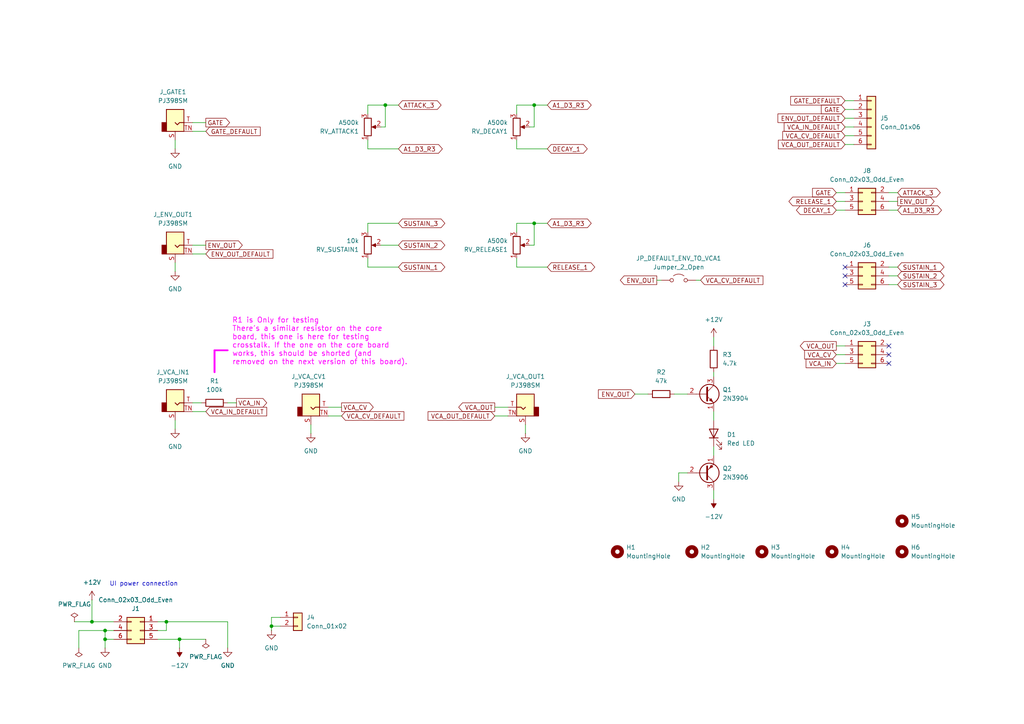
<source format=kicad_sch>
(kicad_sch (version 20250114) (generator "eeschema") (generator_version "9.0")
  (paper "A4")
  (title_block (title "Hog Moduleur Sidechain Mixer UI") (date "2025-07-06") (rev "v0.1") (company "Shmøergh"))
  (lib_symbols
    (symbol "Connector_Generic:Conn_01x02" (pin_names (offset 1.016) (hide yes))
      (property "Reference" "J" (at 0 2.54 0))
      (property "Value" "Conn_01x02" (at 0 -5.08 0))
      (symbol "Conn_01x02_1_1"
        (rectangle (start -1.27 1.27) (end 1.27 -3.81) (stroke (width 0.254)) (fill (type background)))
        (rectangle (start -1.27 0.127) (end 0 -0.127) (stroke (width 0.1524)))
        (rectangle (start -1.27 -2.413) (end 0 -2.667) (stroke (width 0.1524)))
        (pin passive line (at -5.08 0 0) (length 3.81) (name "Pin_1") (number "1"))
        (pin passive line (at -5.08 -2.54 0) (length 3.81) (name "Pin_2") (number "2"))
      )
    )
    (symbol "Connector_Generic:Conn_01x06" (pin_names (offset 1.016) (hide yes))
      (property "Reference" "J" (at 0 7.62 0))
      (property "Value" "Conn_01x06" (at 0 -10.16 0))
      (symbol "Conn_01x06_1_1"
        (rectangle (start -1.27 6.35) (end 1.27 -8.89) (stroke (width 0.254)) (fill (type background)))
        (rectangle (start -1.27 5.207) (end 0 4.953) (stroke (width 0.1524)))
        (rectangle (start -1.27 2.667) (end 0 2.413) (stroke (width 0.1524)))
        (rectangle (start -1.27 0.127) (end 0 -0.127) (stroke (width 0.1524)))
        (rectangle (start -1.27 -2.413) (end 0 -2.667) (stroke (width 0.1524)))
        (rectangle (start -1.27 -4.953) (end 0 -5.207) (stroke (width 0.1524)))
        (rectangle (start -1.27 -7.493) (end 0 -7.747) (stroke (width 0.1524)))
        (pin passive line (at -5.08 5.08 0) (length 3.81) (name "Pin_1") (number "1"))
        (pin passive line (at -5.08 2.54 0) (length 3.81) (name "Pin_2") (number "2"))
        (pin passive line (at -5.08 0 0) (length 3.81) (name "Pin_3") (number "3"))
        (pin passive line (at -5.08 -2.54 0) (length 3.81) (name "Pin_4") (number "4"))
        (pin passive line (at -5.08 -5.08 0) (length 3.81) (name "Pin_5") (number "5"))
        (pin passive line (at -5.08 -7.62 0) (length 3.81) (name "Pin_6") (number "6"))
      )
    )
    (symbol "Connector_Generic:Conn_02x03_Odd_Even" (pin_names (offset 1.016) (hide yes))
      (property "Reference" "J" (at 1.27 5.08 0))
      (property "Value" "Conn_02x03_Odd_Even" (at 1.27 -5.08 0))
      (symbol "Conn_02x03_Odd_Even_1_1"
        (rectangle (start -1.27 3.81) (end 3.81 -3.81) (stroke (width 0.254)) (fill (type background)))
        (rectangle (start -1.27 2.667) (end 0 2.413) (stroke (width 0.1524)))
        (rectangle (start -1.27 0.127) (end 0 -0.127) (stroke (width 0.1524)))
        (rectangle (start -1.27 -2.413) (end 0 -2.667) (stroke (width 0.1524)))
        (rectangle (start 3.81 2.667) (end 2.54 2.413) (stroke (width 0.1524)))
        (rectangle (start 3.81 0.127) (end 2.54 -0.127) (stroke (width 0.1524)))
        (rectangle (start 3.81 -2.413) (end 2.54 -2.667) (stroke (width 0.1524)))
        (pin passive line (at -5.08 2.54 0) (length 3.81) (name "Pin_1") (number "1"))
        (pin passive line (at -5.08 0 0) (length 3.81) (name "Pin_3") (number "3"))
        (pin passive line (at -5.08 -2.54 0) (length 3.81) (name "Pin_5") (number "5"))
        (pin passive line (at 7.62 2.54 180) (length 3.81) (name "Pin_2") (number "2"))
        (pin passive line (at 7.62 0 180) (length 3.81) (name "Pin_4") (number "4"))
        (pin passive line (at 7.62 -2.54 180) (length 3.81) (name "Pin_6") (number "6"))
      )
    )
    (symbol "Device:LED" (pin_numbers (hide yes)) (pin_names (offset 1.016) (hide yes))
      (property "Reference" "D" (at 0 2.54 0))
      (property "Value" "LED" (at 0 -2.54 0))
      (symbol "LED_0_1"
        (polyline (pts (xy -3.048 -0.762) (xy -4.572 -2.286) (xy -3.81 -2.286) (xy -4.572 -2.286) (xy -4.572 -1.524)))
        (polyline (pts (xy -1.778 -0.762) (xy -3.302 -2.286) (xy -2.54 -2.286) (xy -3.302 -2.286) (xy -3.302 -1.524)))
        (polyline (pts (xy -1.27 0) (xy 1.27 0)))
        (polyline (pts (xy -1.27 -1.27) (xy -1.27 1.27)) (stroke (width 0.254)))
        (polyline (pts (xy 1.27 -1.27) (xy 1.27 1.27) (xy -1.27 0) (xy 1.27 -1.27)) (stroke (width 0.254)))
      )
      (symbol "LED_1_1"
        (pin passive line (at -3.81 0 0) (length 2.54) (name "K") (number "1"))
        (pin passive line (at 3.81 0 180) (length 2.54) (name "A") (number "2"))
      )
    )
    (symbol "Device:R" (pin_numbers (hide yes)) (pin_names (offset 0))
      (property "Reference" "R" (at 2.032 0 90))
      (property "Value" "R" (at 0 0 90))
      (symbol "R_0_1"
        (rectangle (start -1.016 -2.54) (end 1.016 2.54) (stroke (width 0.254)))
      )
      (symbol "R_1_1"
        (pin passive line (at 0 3.81 270) (length 1.27) (name "~") (number "1"))
        (pin passive line (at 0 -3.81 90) (length 1.27) (name "~") (number "2"))
      )
    )
    (symbol "Device:R_Potentiometer" (pin_names (offset 1.016) (hide yes))
      (property "Reference" "RV" (at -4.445 0 90))
      (property "Value" "R_Potentiometer" (at -2.54 0 90))
      (symbol "R_Potentiometer_0_1"
        (rectangle (start 1.016 2.54) (end -1.016 -2.54) (stroke (width 0.254)))
        (polyline (pts (xy 1.143 0) (xy 2.286 0.508) (xy 2.286 -0.508) (xy 1.143 0)) (fill (type outline)))
        (polyline (pts (xy 2.54 0) (xy 1.524 0)))
      )
      (symbol "R_Potentiometer_1_1"
        (pin passive line (at 0 3.81 270) (length 1.27) (name "1") (number "1"))
        (pin passive line (at 0 -3.81 90) (length 1.27) (name "3") (number "3"))
        (pin passive line (at 3.81 0 180) (length 1.27) (name "2") (number "2"))
      )
    )
    (symbol "Jumper:Jumper_2_Open" (pin_numbers (hide yes)) (pin_names (offset 0) (hide yes))
      (property "Reference" "JP" (at 0 2.794 0))
      (property "Value" "Jumper_2_Open" (at 0 -2.286 0))
      (symbol "Jumper_2_Open_0_0"
        (circle (center -2.032 0) (radius 0.508))
        (circle (center 2.032 0) (radius 0.508))
      )
      (symbol "Jumper_2_Open_0_1"
        (arc (start -1.524 1.27) (mid 0 1.778) (end 1.524 1.27))
      )
      (symbol "Jumper_2_Open_1_1"
        (pin passive line (at -5.08 0 0) (length 2.54) (name "A") (number "1"))
        (pin passive line (at 5.08 0 180) (length 2.54) (name "B") (number "2"))
      )
    )
    (symbol "Mechanical:MountingHole" (pin_names (offset 1.016)) (in_bom no)
      (property "Reference" "H" (at 0 5.08 0))
      (property "Value" "MountingHole" (at 0 3.175 0))
      (symbol "MountingHole_0_1"
        (circle (center 0 0) (radius 1.27) (stroke (width 1.27)))
      )
    )
    (symbol "Shmoergh-Custom-Components:AudioJack2_Thonkiconn_S"
      (property "Reference" "J" (at 0 8.89 0))
      (property "Value" "AudioJack2_Thonkiconn" (at 0 6.35 0))
      (symbol "AudioJack2_Thonkiconn_S_0_1"
        (rectangle (start -2.54 -2.54) (end -3.81 0) (stroke (width 0.254)) (fill (type outline)))
        (polyline (pts (xy 0 0) (xy 0.635 -0.635) (xy 1.27 0) (xy 2.54 0)) (stroke (width 0.254)))
        (rectangle (start 2.54 3.81) (end -2.54 -2.54) (stroke (width 0.254)) (fill (type background)))
      )
      (symbol "AudioJack2_Thonkiconn_S_1_1"
        (pin passive line (at 0 -5.08 90) (length 2.54) (name "~") (number "S"))
        (pin bidirectional line (at 5.08 0 180) (length 2.54) (name "~") (number "T"))
        (pin passive line (at 5.08 -2.54 180) (length 2.54) (name "~") (number "TN"))
      )
    )
    (symbol "Transistor_BJT:2N3904" (pin_names (offset 0) (hide yes))
      (property "Reference" "Q" (at 5.08 1.905 0))
      (property "Value" "2N3904" (at 5.08 0 0))
      (symbol "2N3904_0_1"
        (polyline (pts (xy -2.54 0) (xy 0.635 0)))
        (polyline (pts (xy 0.635 1.905) (xy 0.635 -1.905)) (stroke (width 0.508)))
        (circle (center 1.27 0) (radius 2.8194) (stroke (width 0.254)))
      )
      (symbol "2N3904_1_1"
        (polyline (pts (xy 0.635 0.635) (xy 2.54 2.54)))
        (polyline (pts (xy 0.635 -0.635) (xy 2.54 -2.54)))
        (polyline (pts (xy 1.27 -1.778) (xy 1.778 -1.27) (xy 2.286 -2.286) (xy 1.27 -1.778)) (fill (type outline)))
        (pin input line (at -5.08 0 0) (length 2.54) (name "B") (number "2"))
        (pin passive line (at 2.54 5.08 270) (length 2.54) (name "C") (number "3"))
        (pin passive line (at 2.54 -5.08 90) (length 2.54) (name "E") (number "1"))
      )
    )
    (symbol "Transistor_BJT:2N3906" (pin_names (offset 0) (hide yes))
      (property "Reference" "Q" (at 5.08 1.905 0))
      (property "Value" "2N3906" (at 5.08 0 0))
      (symbol "2N3906_0_1"
        (polyline (pts (xy -2.54 0) (xy 0.635 0)))
        (polyline (pts (xy 0.635 1.905) (xy 0.635 -1.905)) (stroke (width 0.508)))
        (polyline (pts (xy 0.635 0.635) (xy 2.54 2.54)))
        (polyline (pts (xy 0.635 -0.635) (xy 2.54 -2.54)))
        (circle (center 1.27 0) (radius 2.8194) (stroke (width 0.254)))
        (polyline (pts (xy 2.286 -1.778) (xy 1.778 -2.286) (xy 1.27 -1.27) (xy 2.286 -1.778)) (fill (type outline)))
      )
      (symbol "2N3906_1_1"
        (pin input line (at -5.08 0 0) (length 2.54) (name "B") (number "2"))
        (pin passive line (at 2.54 5.08 270) (length 2.54) (name "C") (number "3"))
        (pin passive line (at 2.54 -5.08 90) (length 2.54) (name "E") (number "1"))
      )
    )
    (symbol "power:+12V" (power) (pin_numbers (hide yes)) (pin_names (offset 0) (hide yes))
      (property "Value" "+12V" (at 0 3.556 0))
      (symbol "+12V_0_1"
        (polyline (pts (xy -0.762 1.27) (xy 0 2.54)))
        (polyline (pts (xy 0 2.54) (xy 0.762 1.27)))
        (polyline (pts (xy 0 0) (xy 0 2.54)))
      )
      (symbol "+12V_1_1"
        (pin power_in line (at 0 0 90) (length 0) (name "~") (number "1"))
      )
    )
    (symbol "power:-12V" (power) (pin_numbers (hide yes)) (pin_names (offset 0) (hide yes))
      (property "Value" "-12V" (at 0 3.556 0))
      (symbol "-12V_0_0"
        (pin power_in line (at 0 0 90) (length 0) (name "~") (number "1"))
      )
      (symbol "-12V_0_1"
        (polyline (pts (xy 0 0) (xy 0 1.27) (xy 0.762 1.27) (xy 0 2.54) (xy -0.762 1.27) (xy 0 1.27)) (fill (type outline)))
      )
    )
    (symbol "power:GND" (power) (pin_numbers (hide yes)) (pin_names (offset 0) (hide yes))
      (property "Value" "GND" (at 0 -3.81 0))
      (symbol "GND_0_1"
        (polyline (pts (xy 0 0) (xy 0 -1.27) (xy 1.27 -1.27) (xy 0 -2.54) (xy -1.27 -1.27) (xy 0 -1.27)))
      )
      (symbol "GND_1_1"
        (pin power_in line (at 0 0 270) (length 0) (name "~") (number "1"))
      )
    )
    (symbol "power:PWR_FLAG" (power) (pin_numbers (hide yes)) (pin_names (offset 0) (hide yes))
      (property "Value" "PWR_FLAG" (at 0 3.81 0))
      (symbol "PWR_FLAG_0_0"
        (pin power_out line (at 0 0 90) (length 0) (name "~") (number "1"))
      )
      (symbol "PWR_FLAG_0_1"
        (polyline (pts (xy 0 0) (xy 0 1.27) (xy -1.016 1.905) (xy 0 2.54) (xy 1.016 1.905) (xy 0 1.27)))
      )
    )
  )
  (text "R1 is Only for testing\nThere's a similar resistor on the core\nboard, this one is here for testing\ncrosstalk. If the one on the core board\nworks, this should be shorted (and \nremoved on the next version of this board)." (at 67.31 99.06 0) (effects (font (size 1.5 1.5) (thickness 0.1875)) (justify left)))
  (text "UI power connection" (at 31.75 170.18 0) (effects (font (size 1.27 1.27)) (justify left bottom)))
  (junction (at 154.94 64.77))
  (junction (at 78.74 181.61))
  (junction (at 30.48 182.88))
  (junction (at 52.07 185.42))
  (junction (at 154.94 30.48))
  (junction (at 48.26 180.34))
  (junction (at 26.67 180.34))
  (junction (at 111.76 30.48))
  (junction (at 30.48 185.42))
  (no_connect (at 245.11 82.55))
  (no_connect (at 257.81 100.33))
  (no_connect (at 245.11 80.01))
  (no_connect (at 245.11 77.47))
  (no_connect (at 257.81 102.87))
  (no_connect (at 257.81 105.41))
  (wire (pts (xy 257.81 77.47) (xy 260.35 77.47)))
  (wire (pts (xy 257.81 58.42) (xy 260.35 58.42)))
  (wire (pts (xy 245.11 36.83) (xy 247.65 36.83)))
  (wire (pts (xy 52.07 187.96) (xy 52.07 185.42)))
  (wire (pts (xy 68.58 116.84) (xy 66.04 116.84)))
  (wire (pts (xy 110.49 36.83) (xy 111.76 36.83)))
  (wire (pts (xy 55.88 116.84) (xy 58.42 116.84)))
  (polyline (pts (xy 62.23 107.95) (xy 62.23 101.6)) (stroke (width 0.5) (type solid) (color 255 0 255 1)))
  (wire (pts (xy 59.69 185.42) (xy 52.07 185.42)))
  (wire (pts (xy 143.51 120.65) (xy 147.32 120.65)))
  (wire (pts (xy 154.94 36.83) (xy 154.94 30.48)))
  (wire (pts (xy 45.72 185.42) (xy 52.07 185.42)))
  (wire (pts (xy 78.74 181.61) (xy 81.28 181.61)))
  (wire (pts (xy 59.69 38.1) (xy 55.88 38.1)))
  (wire (pts (xy 207.01 107.95) (xy 207.01 109.22)))
  (wire (pts (xy 99.06 120.65) (xy 95.25 120.65)))
  (wire (pts (xy 26.67 180.34) (xy 33.02 180.34)))
  (wire (pts (xy 111.76 30.48) (xy 115.57 30.48)))
  (wire (pts (xy 55.88 35.56) (xy 59.69 35.56)))
  (wire (pts (xy 257.81 82.55) (xy 260.35 82.55)))
  (wire (pts (xy 149.86 77.47) (xy 158.75 77.47)))
  (wire (pts (xy 242.57 102.87) (xy 245.11 102.87)))
  (wire (pts (xy 190.5 81.28) (xy 191.77 81.28)))
  (polyline (pts (xy 62.23 107.95) (xy 62.23 101.6)) (stroke (width 0.5) (type solid) (color 255 0 255 1)))
  (wire (pts (xy 149.86 64.77) (xy 149.86 67.31)))
  (wire (pts (xy 115.57 77.47) (xy 106.68 77.47)))
  (wire (pts (xy 149.86 40.64) (xy 149.86 43.18)))
  (wire (pts (xy 106.68 74.93) (xy 106.68 77.47)))
  (wire (pts (xy 81.28 179.07) (xy 78.74 179.07)))
  (polyline (pts (xy 66.04 101.6) (xy 62.23 101.6)) (stroke (width 0.5) (type solid) (color 255 0 255 1)))
  (wire (pts (xy 59.69 73.66) (xy 55.88 73.66)))
  (wire (pts (xy 196.85 137.16) (xy 196.85 139.7)))
  (wire (pts (xy 50.8 76.2) (xy 50.8 78.74)))
  (wire (pts (xy 195.58 114.3) (xy 199.39 114.3)))
  (wire (pts (xy 110.49 71.12) (xy 115.57 71.12)))
  (wire (pts (xy 207.01 132.08) (xy 207.01 129.54)))
  (wire (pts (xy 143.51 118.11) (xy 147.32 118.11)))
  (wire (pts (xy 257.81 60.96) (xy 260.35 60.96)))
  (wire (pts (xy 78.74 179.07) (xy 78.74 181.61)))
  (wire (pts (xy 26.67 173.99) (xy 26.67 180.34)))
  (wire (pts (xy 153.67 36.83) (xy 154.94 36.83)))
  (wire (pts (xy 207.01 97.79) (xy 207.01 100.33)))
  (wire (pts (xy 245.11 34.29) (xy 247.65 34.29)))
  (wire (pts (xy 149.86 30.48) (xy 154.94 30.48)))
  (wire (pts (xy 48.26 180.34) (xy 45.72 180.34)))
  (wire (pts (xy 149.86 64.77) (xy 154.94 64.77)))
  (wire (pts (xy 21.59 180.34) (xy 26.67 180.34)))
  (wire (pts (xy 106.68 30.48) (xy 111.76 30.48)))
  (wire (pts (xy 158.75 43.18) (xy 149.86 43.18)))
  (wire (pts (xy 152.4 125.73) (xy 152.4 123.19)))
  (wire (pts (xy 207.01 121.92) (xy 207.01 119.38)))
  (wire (pts (xy 22.86 182.88) (xy 30.48 182.88)))
  (wire (pts (xy 245.11 39.37) (xy 247.65 39.37)))
  (wire (pts (xy 66.04 187.96) (xy 66.04 180.34)))
  (wire (pts (xy 48.26 182.88) (xy 48.26 180.34)))
  (wire (pts (xy 242.57 60.96) (xy 245.11 60.96)))
  (wire (pts (xy 111.76 36.83) (xy 111.76 30.48)))
  (wire (pts (xy 153.67 71.12) (xy 154.94 71.12)))
  (wire (pts (xy 95.25 118.11) (xy 99.06 118.11)))
  (wire (pts (xy 33.02 185.42) (xy 30.48 185.42)))
  (wire (pts (xy 245.11 29.21) (xy 247.65 29.21)))
  (wire (pts (xy 50.8 40.64) (xy 50.8 43.18)))
  (wire (pts (xy 245.11 41.91) (xy 247.65 41.91)))
  (wire (pts (xy 184.15 114.3) (xy 187.96 114.3)))
  (wire (pts (xy 257.81 80.01) (xy 260.35 80.01)))
  (wire (pts (xy 66.04 180.34) (xy 48.26 180.34)))
  (wire (pts (xy 154.94 30.48) (xy 158.75 30.48)))
  (wire (pts (xy 242.57 100.33) (xy 245.11 100.33)))
  (wire (pts (xy 149.86 74.93) (xy 149.86 77.47)))
  (wire (pts (xy 207.01 144.78) (xy 207.01 142.24)))
  (wire (pts (xy 59.69 119.38) (xy 55.88 119.38)))
  (wire (pts (xy 106.68 30.48) (xy 106.68 33.02)))
  (wire (pts (xy 154.94 64.77) (xy 154.94 71.12)))
  (wire (pts (xy 245.11 58.42) (xy 242.57 58.42)))
  (wire (pts (xy 30.48 182.88) (xy 33.02 182.88)))
  (wire (pts (xy 90.17 123.19) (xy 90.17 125.73)))
  (wire (pts (xy 50.8 121.92) (xy 50.8 124.46)))
  (wire (pts (xy 106.68 40.64) (xy 106.68 43.18)))
  (wire (pts (xy 260.35 55.88) (xy 257.81 55.88)))
  (wire (pts (xy 55.88 71.12) (xy 59.69 71.12)))
  (wire (pts (xy 149.86 30.48) (xy 149.86 33.02)))
  (wire (pts (xy 245.11 105.41) (xy 242.57 105.41)))
  (wire (pts (xy 30.48 185.42) (xy 30.48 182.88)))
  (wire (pts (xy 106.68 64.77) (xy 115.57 64.77)))
  (wire (pts (xy 22.86 187.96) (xy 22.86 182.88)))
  (wire (pts (xy 199.39 137.16) (xy 196.85 137.16)))
  (wire (pts (xy 201.93 81.28) (xy 203.2 81.28)))
  (wire (pts (xy 242.57 55.88) (xy 245.11 55.88)))
  (wire (pts (xy 115.57 43.18) (xy 106.68 43.18)))
  (wire (pts (xy 78.74 181.61) (xy 78.74 182.88)))
  (wire (pts (xy 30.48 187.96) (xy 30.48 185.42)))
  (wire (pts (xy 245.11 31.75) (xy 247.65 31.75)))
  (wire (pts (xy 45.72 182.88) (xy 48.26 182.88)))
  (wire (pts (xy 106.68 64.77) (xy 106.68 67.31)))
  (wire (pts (xy 154.94 64.77) (xy 158.75 64.77)))
  (global_label "DECAY_1" (shape bidirectional) (at 242.57 60.96 180) (property "Intersheetrefs" "${INTERSHEET_REFS}" (effects (hide yes))))
  (global_label "ATTACK_3" (shape bidirectional) (at 115.57 30.48 0) (property "Intersheetrefs" "${INTERSHEET_REFS}" (effects (hide yes))))
  (global_label "VCA_OUT" (shape output) (at 143.51 118.11 180) (property "Intersheetrefs" "${INTERSHEET_REFS}" (effects (hide yes))))
  (global_label "VCA_OUT_DEFAULT" (shape input) (at 143.51 120.65 180) (property "Intersheetrefs" "${INTERSHEET_REFS}" (effects (hide yes))))
  (global_label "DECAY_1" (shape bidirectional) (at 158.75 43.18 0) (property "Intersheetrefs" "${INTERSHEET_REFS}" (effects (hide yes))))
  (global_label "VCA_CV_DEFAULT" (shape input) (at 99.06 120.65 0) (property "Intersheetrefs" "${INTERSHEET_REFS}" (effects (hide yes))))
  (global_label "GATE" (shape input) (at 242.57 55.88 180) (property "Intersheetrefs" "${INTERSHEET_REFS}" (effects (hide yes))))
  (global_label "VCA_IN" (shape input) (at 242.57 105.41 180) (property "Intersheetrefs" "${INTERSHEET_REFS}" (effects (hide yes))))
  (global_label "A1_D3_R3" (shape bidirectional) (at 158.75 30.48 0) (property "Intersheetrefs" "${INTERSHEET_REFS}" (effects (hide yes))))
  (global_label "SUSTAIN_2" (shape bidirectional) (at 115.57 71.12 0) (property "Intersheetrefs" "${INTERSHEET_REFS}" (effects (hide yes))))
  (global_label "VCA_CV_DEFAULT" (shape input) (at 245.11 39.37 180) (property "Intersheetrefs" "${INTERSHEET_REFS}" (effects (hide yes))))
  (global_label "SUSTAIN_1" (shape bidirectional) (at 115.57 77.47 0) (property "Intersheetrefs" "${INTERSHEET_REFS}" (effects (hide yes))))
  (global_label "ENV_OUT_DEFAULT" (shape input) (at 59.69 73.66 0) (property "Intersheetrefs" "${INTERSHEET_REFS}" (effects (hide yes))))
  (global_label "SUSTAIN_3" (shape bidirectional) (at 115.57 64.77 0) (property "Intersheetrefs" "${INTERSHEET_REFS}" (effects (hide yes))))
  (global_label "ENV_OUT_DEFAULT" (shape input) (at 245.11 34.29 180) (property "Intersheetrefs" "${INTERSHEET_REFS}" (effects (hide yes))))
  (global_label "VCA_CV" (shape input) (at 242.57 102.87 180) (property "Intersheetrefs" "${INTERSHEET_REFS}" (effects (hide yes))))
  (global_label "SUSTAIN_2" (shape bidirectional) (at 260.35 80.01 0) (property "Intersheetrefs" "${INTERSHEET_REFS}" (effects (hide yes))))
  (global_label "A1_D3_R3" (shape bidirectional) (at 158.75 64.77 0) (property "Intersheetrefs" "${INTERSHEET_REFS}" (effects (hide yes))))
  (global_label "RELEASE_1" (shape bidirectional) (at 158.75 77.47 0) (property "Intersheetrefs" "${INTERSHEET_REFS}" (effects (hide yes))))
  (global_label "VCA_IN_DEFAULT" (shape input) (at 245.11 36.83 180) (property "Intersheetrefs" "${INTERSHEET_REFS}" (effects (hide yes))))
  (global_label "ATTACK_3" (shape bidirectional) (at 260.35 55.88 0) (property "Intersheetrefs" "${INTERSHEET_REFS}" (effects (hide yes))))
  (global_label "A1_D3_R3" (shape bidirectional) (at 115.57 43.18 0) (property "Intersheetrefs" "${INTERSHEET_REFS}" (effects (hide yes))))
  (global_label "VCA_IN" (shape output) (at 68.58 116.84 0) (property "Intersheetrefs" "${INTERSHEET_REFS}" (effects (hide yes))))
  (global_label "ENV_OUT" (shape output) (at 260.35 58.42 0) (property "Intersheetrefs" "${INTERSHEET_REFS}" (effects (hide yes))))
  (global_label "ENV_OUT" (shape output) (at 190.5 81.28 180) (property "Intersheetrefs" "${INTERSHEET_REFS}" (effects (hide yes))))
  (global_label "RELEASE_1" (shape bidirectional) (at 242.57 58.42 180) (property "Intersheetrefs" "${INTERSHEET_REFS}" (effects (hide yes))))
  (global_label "ENV_OUT" (shape output) (at 59.69 71.12 0) (property "Intersheetrefs" "${INTERSHEET_REFS}" (effects (hide yes))))
  (global_label "VCA_CV_DEFAULT" (shape input) (at 203.2 81.28 0) (property "Intersheetrefs" "${INTERSHEET_REFS}" (effects (hide yes))))
  (global_label "GATE" (shape output) (at 59.69 35.56 0) (property "Intersheetrefs" "${INTERSHEET_REFS}" (effects (hide yes))))
  (global_label "VCA_IN_DEFAULT" (shape input) (at 59.69 119.38 0) (property "Intersheetrefs" "${INTERSHEET_REFS}" (effects (hide yes))))
  (global_label "GATE_DEFAULT" (shape input) (at 59.69 38.1 0) (property "Intersheetrefs" "${INTERSHEET_REFS}" (effects (hide yes))))
  (global_label "ENV_OUT" (shape input) (at 184.15 114.3 180) (property "Intersheetrefs" "${INTERSHEET_REFS}" (effects (hide yes))))
  (global_label "VCA_OUT_DEFAULT" (shape input) (at 245.11 41.91 180) (property "Intersheetrefs" "${INTERSHEET_REFS}" (effects (hide yes))))
  (global_label "SUSTAIN_3" (shape bidirectional) (at 260.35 82.55 0) (property "Intersheetrefs" "${INTERSHEET_REFS}" (effects (hide yes))))
  (global_label "GATE" (shape input) (at 245.11 31.75 180) (property "Intersheetrefs" "${INTERSHEET_REFS}" (effects (hide yes))))
  (global_label "VCA_CV" (shape output) (at 99.06 118.11 0) (property "Intersheetrefs" "${INTERSHEET_REFS}" (effects (hide yes))))
  (global_label "GATE_DEFAULT" (shape input) (at 245.11 29.21 180) (property "Intersheetrefs" "${INTERSHEET_REFS}" (effects (hide yes))))
  (global_label "A1_D3_R3" (shape bidirectional) (at 260.35 60.96 0) (property "Intersheetrefs" "${INTERSHEET_REFS}" (effects (hide yes))))
  (global_label "SUSTAIN_1" (shape bidirectional) (at 260.35 77.47 0) (property "Intersheetrefs" "${INTERSHEET_REFS}" (effects (hide yes))))
  (global_label "VCA_OUT" (shape output) (at 242.57 100.33 180) (property "Intersheetrefs" "${INTERSHEET_REFS}" (effects (hide yes))))
  (symbol (lib_id "power:+12V") (at 26.67 173.99 0) (unit 1)
    (property "Reference" "#PWR01" (effects (hide yes)))
    (property "Value" "+12V" (at 26.67 168.91 0))
    (property "Description" "Power symbol creates a global label with name \"+12V\"" (effects (hide yes)))
  )
  (symbol (lib_id "Device:R_Potentiometer") (at 149.86 36.83 0) (mirror x) (unit 1)
    (property "Reference" "RV_DECAY1" (at 147.32 38.1001 0) (effects (justify right)))
    (property "Value" "A500k" (at 147.32 35.5601 0) (effects (justify right)))
    (property "Footprint" "Shmoergh_Custom_Footprints:Potentiometer_Bourns_Single-PTV09A" (effects (hide yes)))
    (property "Description" "Potentiometer" (effects (hide yes)))
    (property "Part URL" "https://mou.sr/4694GMU" (effects (hide yes)))
    (property "Vendor" "Mouser" (effects (hide yes)))
    (property "Part no." "652-PTV09A4025FB104" (effects (hide yes)))
  )
  (symbol (lib_id "Shmoergh-Custom-Components:AudioJack2_Thonkiconn_S") (at 152.4 118.11 0) (mirror y) (unit 1)
    (property "Reference" "J_VCA_OUT1" (at 152.4 109.22 0))
    (property "Value" "PJ398SM" (at 152.4 111.76 0))
    (property "Footprint" "Shmoergh_Custom_Footprints:Jack_3.5mm_QingPu_WQP-PJ398SM_Vertical_CircularHoles" (effects (hide yes)))
    (property "Description" "Audio Jack, 2 Poles (Mono / TS), Grounded Sleeve" (effects (hide yes)))
    (property "Part URL" "https://www.thonk.co.uk/shop/thonkiconn/" (effects (hide yes)))
    (property "Vendor" "Thonk" (effects (hide yes)))
    (property "Part no." "PJ398SM" (effects (hide yes)))
  )
  (symbol (lib_id "Device:R") (at 191.77 114.3 90) (unit 1)
    (property "Reference" "R2" (at 191.77 107.95 90))
    (property "Value" "47k" (at 191.77 110.49 90))
    (property "Footprint" "Shmoergh_Custom_Footprints:R_Axial_DIN0207_L6.3mm_D2.5mm_P7.62mm_Horizontal" (effects (hide yes)))
    (property "Description" "Resistor" (effects (hide yes)))
  )
  (symbol (lib_id "Device:LED") (at 207.01 125.73 90) (unit 1)
    (property "Reference" "D1" (at 210.82 126.0474 90) (effects (justify right)))
    (property "Value" "Red LED" (at 210.82 128.5874 90) (effects (justify right)))
    (property "Footprint" "LED_THT:LED_D3.0mm" (effects (hide yes)))
    (property "Description" "Light emitting diode" (effects (hide yes)))
    (property "Sim.Pins" "1=K 2=A" (effects (hide yes)))
  )
  (symbol (lib_id "power:GND") (at 152.4 125.73 0) (mirror y) (unit 1)
    (property "Reference" "#PWR016" (effects (hide yes)))
    (property "Value" "GND" (at 152.4 130.81 0))
    (property "Description" "Power symbol creates a global label with name \"GND\" , ground" (effects (hide yes)))
  )
  (symbol (lib_id "power:-12V") (at 52.07 187.96 180) (unit 1)
    (property "Reference" "#PWR07" (effects (hide yes)))
    (property "Value" "-12V" (at 52.07 193.04 0))
    (property "Description" "Power symbol creates a global label with name \"-12V\"" (effects (hide yes)))
  )
  (symbol (lib_id "Mechanical:MountingHole") (at 261.62 160.02 0) (unit 1) (in_bom no)
    (property "Reference" "H6" (at 264.16 158.7499 0) (effects (justify left)))
    (property "Value" "MountingHole" (at 264.16 161.2899 0) (effects (justify left)))
    (property "Footprint" "MountingHole:MountingHole_3.2mm_M3_DIN965_Pad" (effects (hide yes)))
    (property "Description" "Mounting Hole without connection" (effects (hide yes)))
    (property "Vendor" "-" (effects (hide yes)))
  )
  (symbol (lib_id "Connector_Generic:Conn_02x03_Odd_Even") (at 40.64 182.88 0) (mirror y) (unit 1)
    (property "Reference" "J1" (at 39.37 176.53 0))
    (property "Value" "Conn_02x03_Odd_Even" (at 39.37 173.99 0))
    (property "Footprint" "Connector_PinSocket_2.54mm:PinSocket_2x03_P2.54mm_Vertical" (effects (hide yes)))
    (property "Description" "Generic connector, double row, 02x03, odd/even pin numbering scheme (row 1 odd numbers, row 2 even numbers), script generated (kicad-library-utils/schlib/autogen/connector/)" (effects (hide yes)))
    (property "Part URL" "https://mou.sr/3GIDVEr" (effects (hide yes)))
    (property "Vendor" "Mouser" (effects (hide yes)))
    (property "Part no." "200-SSW10301TD" (effects (hide yes)))
  )
  (symbol (lib_id "power:GND") (at 50.8 43.18 0) (unit 1)
    (property "Reference" "#PWR010" (effects (hide yes)))
    (property "Value" "GND" (at 50.8 48.26 0))
    (property "Description" "Power symbol creates a global label with name \"GND\" , ground" (effects (hide yes)))
  )
  (symbol (lib_id "Shmoergh-Custom-Components:AudioJack2_Thonkiconn_S") (at 50.8 35.56 0) (unit 1)
    (property "Reference" "J_GATE1" (at 50.165 26.67 0))
    (property "Value" "PJ398SM" (at 50.165 29.21 0))
    (property "Footprint" "Shmoergh_Custom_Footprints:Jack_3.5mm_QingPu_WQP-PJ398SM_Vertical_CircularHoles" (effects (hide yes)))
    (property "Description" "Audio Jack, 2 Poles (Mono / TS), Grounded Sleeve" (effects (hide yes)))
    (property "Part URL" "https://www.thonk.co.uk/shop/thonkiconn/" (effects (hide yes)))
    (property "Vendor" "Thonk" (effects (hide yes)))
    (property "Part no." "PJ398SM" (effects (hide yes)))
  )
  (symbol (lib_id "Mechanical:MountingHole") (at 200.66 160.02 0) (unit 1) (in_bom no)
    (property "Reference" "H2" (at 203.2 158.7499 0) (effects (justify left)))
    (property "Value" "MountingHole" (at 203.2 161.2899 0) (effects (justify left)))
    (property "Footprint" "MountingHole:MountingHole_3.2mm_M3_DIN965_Pad" (effects (hide yes)))
    (property "Description" "Mounting Hole without connection" (effects (hide yes)))
    (property "Vendor" "-" (effects (hide yes)))
  )
  (symbol (lib_id "Shmoergh-Custom-Components:AudioJack2_Thonkiconn_S") (at 50.8 71.12 0) (unit 1)
    (property "Reference" "J_ENV_OUT1" (at 50.165 62.23 0))
    (property "Value" "PJ398SM" (at 50.165 64.77 0))
    (property "Footprint" "Shmoergh_Custom_Footprints:Jack_3.5mm_QingPu_WQP-PJ398SM_Vertical_CircularHoles" (effects (hide yes)))
    (property "Description" "Audio Jack, 2 Poles (Mono / TS), Grounded Sleeve" (effects (hide yes)))
    (property "Part URL" "https://www.thonk.co.uk/shop/thonkiconn/" (effects (hide yes)))
    (property "Vendor" "Thonk" (effects (hide yes)))
    (property "Part no." "PJ398SM" (effects (hide yes)))
  )
  (symbol (lib_id "Connector_Generic:Conn_02x03_Odd_Even") (at 250.19 102.87 0) (unit 1)
    (property "Reference" "J3" (at 251.46 93.98 0))
    (property "Value" "Conn_02x03_Odd_Even" (at 251.46 96.52 0))
    (property "Footprint" "Connector_PinSocket_2.54mm:PinSocket_2x03_P2.54mm_Vertical" (effects (hide yes)))
    (property "Description" "Generic connector, double row, 02x03, odd/even pin numbering scheme (row 1 odd numbers, row 2 even numbers), script generated (kicad-library-utils/schlib/autogen/connector/)" (effects (hide yes)))
    (property "Vendor" "Mouser" (effects (hide yes)))
  )
  (symbol (lib_id "Device:R_Potentiometer") (at 106.68 71.12 0) (mirror x) (unit 1)
    (property "Reference" "RV_SUSTAIN1" (at 104.14 72.3901 0) (effects (justify right)))
    (property "Value" "10k" (at 104.14 69.8501 0) (effects (justify right)))
    (property "Footprint" "PTA4543-2015DPB103:TRIM_PTA4543-2015DPB103" (effects (hide yes)))
    (property "Description" "Potentiometer" (effects (hide yes)))
    (property "Part URL" "https://mou.sr/4694GMU" (effects (hide yes)))
    (property "Vendor" "Mouser" (effects (hide yes)))
    (property "Part no." "652-PTV09A4025FB104" (effects (hide yes)))
  )
  (symbol (lib_id "Connector_Generic:Conn_01x06") (at 252.73 34.29 0) (unit 1)
    (property "Reference" "J5" (at 255.27 34.2899 0) (effects (justify left)))
    (property "Value" "Conn_01x06" (at 255.27 36.8299 0) (effects (justify left)))
    (property "Footprint" "Connector_PinSocket_2.54mm:PinSocket_1x06_P2.54mm_Vertical" (effects (hide yes)))
    (property "Description" "Generic connector, single row, 01x06, script generated (kicad-library-utils/schlib/autogen/connector/)" (effects (hide yes)))
    (property "Part URL" "https://mou.sr/4lnf48h" (effects (hide yes)))
    (property "Vendor" "Mouser" (effects (hide yes)))
    (property "Part no." "200-SSW10601TS" (effects (hide yes)))
  )
  (symbol (lib_id "Mechanical:MountingHole") (at 179.07 160.02 0) (unit 1) (in_bom no)
    (property "Reference" "H1" (at 181.61 158.7499 0) (effects (justify left)))
    (property "Value" "MountingHole" (at 181.61 161.2899 0) (effects (justify left)))
    (property "Footprint" "MountingHole:MountingHole_3.2mm_M3_DIN965_Pad" (effects (hide yes)))
    (property "Description" "Mounting Hole without connection" (effects (hide yes)))
    (property "Vendor" "-" (effects (hide yes)))
  )
  (symbol (lib_id "Transistor_BJT:2N3906") (at 204.47 137.16 0) (mirror x) (unit 1)
    (property "Reference" "Q2" (at 209.55 135.8899 0) (effects (justify left)))
    (property "Value" "2N3906" (at 209.55 138.4299 0) (effects (justify left)))
    (property "Footprint" "Package_TO_SOT_THT:TO-92_Inline_Wide" (effects (hide yes)))
    (property "Datasheet" "https://www.onsemi.com/pub/Collateral/2N3906-D.PDF" (effects (hide yes)))
    (property "Description" "-0.2A Ic, -40V Vce, Small Signal PNP Transistor, TO-92" (effects (hide yes)))
  )
  (symbol (lib_id "power:PWR_FLAG") (at 21.59 180.34 0) (unit 1)
    (property "Reference" "#FLG01" (effects (hide yes)))
    (property "Value" "PWR_FLAG" (at 21.59 175.26 0))
    (property "Description" "Special symbol for telling ERC where power comes from" (effects (hide yes)))
  )
  (symbol (lib_id "Shmoergh-Custom-Components:AudioJack2_Thonkiconn_S") (at 90.17 118.11 0) (unit 1)
    (property "Reference" "J_VCA_CV1" (at 89.535 109.22 0))
    (property "Value" "PJ398SM" (at 89.535 111.76 0))
    (property "Footprint" "Shmoergh_Custom_Footprints:Jack_3.5mm_QingPu_WQP-PJ398SM_Vertical_CircularHoles" (effects (hide yes)))
    (property "Description" "Audio Jack, 2 Poles (Mono / TS), Grounded Sleeve" (effects (hide yes)))
    (property "Part URL" "https://www.thonk.co.uk/shop/thonkiconn/" (effects (hide yes)))
    (property "Vendor" "Thonk" (effects (hide yes)))
    (property "Part no." "PJ398SM" (effects (hide yes)))
  )
  (symbol (lib_id "Transistor_BJT:2N3904") (at 204.47 114.3 0) (unit 1)
    (property "Reference" "Q1" (at 209.55 113.0299 0) (effects (justify left)))
    (property "Value" "2N3904" (at 209.55 115.5699 0) (effects (justify left)))
    (property "Footprint" "Package_TO_SOT_THT:TO-92_Inline_Wide" (effects (hide yes)))
    (property "Datasheet" "https://www.onsemi.com/pub/Collateral/2N3903-D.PDF" (effects (hide yes)))
    (property "Description" "0.2A Ic, 40V Vce, Small Signal NPN Transistor, TO-92" (effects (hide yes)))
  )
  (symbol (lib_id "power:GND") (at 66.04 187.96 0) (unit 1)
    (property "Reference" "#PWR09" (effects (hide yes)))
    (property "Value" "GND" (at 66.04 193.04 0))
    (property "Description" "Power symbol creates a global label with name \"GND\" , ground" (effects (hide yes)))
  )
  (symbol (lib_id "Connector_Generic:Conn_02x03_Odd_Even") (at 250.19 80.01 0) (unit 1)
    (property "Reference" "J6" (at 251.46 71.12 0))
    (property "Value" "Conn_02x03_Odd_Even" (at 251.46 73.66 0))
    (property "Footprint" "Connector_PinSocket_2.54mm:PinSocket_2x03_P2.54mm_Vertical" (effects (hide yes)))
    (property "Description" "Generic connector, double row, 02x03, odd/even pin numbering scheme (row 1 odd numbers, row 2 even numbers), script generated (kicad-library-utils/schlib/autogen/connector/)" (effects (hide yes)))
    (property "Vendor" "Mouser" (effects (hide yes)))
  )
  (symbol (lib_id "power:GND") (at 90.17 125.73 0) (unit 1)
    (property "Reference" "#PWR04" (effects (hide yes)))
    (property "Value" "GND" (at 90.17 130.81 0))
    (property "Description" "Power symbol creates a global label with name \"GND\" , ground" (effects (hide yes)))
  )
  (symbol (lib_id "Device:R_Potentiometer") (at 106.68 36.83 0) (mirror x) (unit 1)
    (property "Reference" "RV_ATTACK1" (at 104.14 38.1001 0) (effects (justify right)))
    (property "Value" "A500k" (at 104.14 35.5601 0) (effects (justify right)))
    (property "Footprint" "Shmoergh_Custom_Footprints:Potentiometer_Bourns_Single-PTV09A" (effects (hide yes)))
    (property "Description" "Potentiometer" (effects (hide yes)))
    (property "Part URL" "https://mou.sr/4694GMU" (effects (hide yes)))
    (property "Vendor" "Mouser" (effects (hide yes)))
    (property "Part no." "652-PTV09A4025FB104" (effects (hide yes)))
  )
  (symbol (lib_id "Jumper:Jumper_2_Open") (at 196.85 81.28 0) (unit 1)
    (property "Reference" "JP_DEFAULT_ENV_TO_VCA1" (at 196.85 74.93 0))
    (property "Value" "Jumper_2_Open" (at 196.85 77.47 0))
    (property "Footprint" "Connector_PinHeader_2.54mm:PinHeader_1x02_P2.54mm_Horizontal" (effects (hide yes)))
    (property "Description" "Jumper, 2-pole, open" (effects (hide yes)))
  )
  (symbol (lib_id "Mechanical:MountingHole") (at 261.62 151.13 0) (unit 1) (in_bom no)
    (property "Reference" "H5" (at 264.16 149.8599 0) (effects (justify left)))
    (property "Value" "MountingHole" (at 264.16 152.3999 0) (effects (justify left)))
    (property "Footprint" "MountingHole:MountingHole_3.2mm_M3_DIN965_Pad" (effects (hide yes)))
    (property "Description" "Mounting Hole without connection" (effects (hide yes)))
    (property "Vendor" "-" (effects (hide yes)))
  )
  (symbol (lib_id "Connector_Generic:Conn_01x02") (at 86.36 179.07 0) (unit 1)
    (property "Reference" "J4" (at 88.9 179.0699 0) (effects (justify left)))
    (property "Value" "Conn_01x02" (at 88.9 181.6099 0) (effects (justify left)))
    (property "Footprint" "Connector_PinSocket_2.54mm:PinSocket_1x02_P2.54mm_Vertical" (effects (hide yes)))
    (property "Description" "Generic connector, single row, 01x02, script generated (kicad-library-utils/schlib/autogen/connector/)" (effects (hide yes)))
    (property "Part URL" "https://mou.sr/4lBvdHe" (effects (hide yes)))
    (property "Vendor" "Mouser" (effects (hide yes)))
    (property "Part no." "200-SSW10201TS" (effects (hide yes)))
  )
  (symbol (lib_id "Mechanical:MountingHole") (at 220.98 160.02 0) (unit 1) (in_bom no)
    (property "Reference" "H3" (at 223.52 158.7499 0) (effects (justify left)))
    (property "Value" "MountingHole" (at 223.52 161.2899 0) (effects (justify left)))
    (property "Footprint" "MountingHole:MountingHole_3.2mm_M3_DIN965_Pad" (effects (hide yes)))
    (property "Description" "Mounting Hole without connection" (effects (hide yes)))
    (property "Vendor" "-" (effects (hide yes)))
  )
  (symbol (lib_id "power:GND") (at 78.74 182.88 0) (unit 1)
    (property "Reference" "#PWR022" (effects (hide yes)))
    (property "Value" "GND" (at 78.74 187.96 0))
    (property "Description" "Power symbol creates a global label with name \"GND\" , ground" (effects (hide yes)))
  )
  (symbol (lib_id "Mechanical:MountingHole") (at 241.3 160.02 0) (unit 1) (in_bom no)
    (property "Reference" "H4" (at 243.84 158.7499 0) (effects (justify left)))
    (property "Value" "MountingHole" (at 243.84 161.2899 0) (effects (justify left)))
    (property "Footprint" "MountingHole:MountingHole_3.2mm_M3_DIN965_Pad" (effects (hide yes)))
    (property "Description" "Mounting Hole without connection" (effects (hide yes)))
    (property "Vendor" "-" (effects (hide yes)))
  )
  (symbol (lib_id "power:PWR_FLAG") (at 22.86 187.96 180) (unit 1)
    (property "Reference" "#FLG02" (effects (hide yes)))
    (property "Value" "PWR_FLAG" (at 22.86 193.04 0))
    (property "Description" "Special symbol for telling ERC where power comes from" (effects (hide yes)))
  )
  (symbol (lib_id "Device:R") (at 62.23 116.84 90) (unit 1)
    (property "Reference" "R1" (at 62.23 110.49 90))
    (property "Value" "100k" (at 62.23 113.03 90))
    (property "Footprint" "Shmoergh_Custom_Footprints:R_Axial_DIN0207_L6.3mm_D2.5mm_P7.62mm_Horizontal" (effects (hide yes)))
    (property "Description" "Resistor" (effects (hide yes)))
  )
  (symbol (lib_id "power:-12V") (at 207.01 144.78 180) (unit 1)
    (property "Reference" "#PWR08" (effects (hide yes)))
    (property "Value" "-12V" (at 207.01 149.86 0))
    (property "Description" "Power symbol creates a global label with name \"-12V\"" (effects (hide yes)))
  )
  (symbol (lib_id "Shmoergh-Custom-Components:AudioJack2_Thonkiconn_S") (at 50.8 116.84 0) (unit 1)
    (property "Reference" "J_VCA_IN1" (at 50.165 107.95 0))
    (property "Value" "PJ398SM" (at 50.165 110.49 0))
    (property "Footprint" "Shmoergh_Custom_Footprints:Jack_3.5mm_QingPu_WQP-PJ398SM_Vertical_CircularHoles" (effects (hide yes)))
    (property "Description" "Audio Jack, 2 Poles (Mono / TS), Grounded Sleeve" (effects (hide yes)))
    (property "Part URL" "https://www.thonk.co.uk/shop/thonkiconn/" (effects (hide yes)))
    (property "Vendor" "Thonk" (effects (hide yes)))
    (property "Part no." "PJ398SM" (effects (hide yes)))
  )
  (symbol (lib_id "power:PWR_FLAG") (at 59.69 185.42 180) (unit 1)
    (property "Reference" "#FLG03" (effects (hide yes)))
    (property "Value" "PWR_FLAG" (at 59.69 190.5 0))
    (property "Description" "Special symbol for telling ERC where power comes from" (effects (hide yes)))
  )
  (symbol (lib_id "power:GND") (at 196.85 139.7 0) (unit 1)
    (property "Reference" "#PWR0102" (effects (hide yes)))
    (property "Value" "GND" (at 196.85 144.78 0))
    (property "Description" "Power symbol creates a global label with name \"GND\" , ground" (effects (hide yes)))
  )
  (symbol (lib_id "power:GND") (at 50.8 124.46 0) (unit 1)
    (property "Reference" "#PWR03" (effects (hide yes)))
    (property "Value" "GND" (at 50.8 129.54 0))
    (property "Description" "Power symbol creates a global label with name \"GND\" , ground" (effects (hide yes)))
  )
  (symbol (lib_id "Device:R_Potentiometer") (at 149.86 71.12 0) (mirror x) (unit 1)
    (property "Reference" "RV_RELEASE1" (at 147.32 72.3901 0) (effects (justify right)))
    (property "Value" "A500k" (at 147.32 69.8501 0) (effects (justify right)))
    (property "Footprint" "Shmoergh_Custom_Footprints:Potentiometer_Bourns_Single-PTV09A" (effects (hide yes)))
    (property "Description" "Potentiometer" (effects (hide yes)))
    (property "Part URL" "https://mou.sr/4694GMU" (effects (hide yes)))
    (property "Vendor" "Mouser" (effects (hide yes)))
    (property "Part no." "652-PTV09A4025FB104" (effects (hide yes)))
  )
  (symbol (lib_id "Device:R") (at 207.01 104.14 0) (unit 1)
    (property "Reference" "R3" (at 209.55 102.8699 0) (effects (justify left)))
    (property "Value" "4.7k" (at 209.55 105.4099 0) (effects (justify left)))
    (property "Footprint" "Shmoergh_Custom_Footprints:R_Axial_DIN0207_L6.3mm_D2.5mm_P7.62mm_Horizontal" (effects (hide yes)))
    (property "Description" "Resistor" (effects (hide yes)))
  )
  (symbol (lib_id "power:+12V") (at 207.01 97.79 0) (unit 1)
    (property "Reference" "#PWR06" (effects (hide yes)))
    (property "Value" "+12V" (at 207.01 92.71 0))
    (property "Description" "Power symbol creates a global label with name \"+12V\"" (effects (hide yes)))
  )
  (symbol (lib_id "power:GND") (at 50.8 78.74 0) (unit 1)
    (property "Reference" "#PWR02" (effects (hide yes)))
    (property "Value" "GND" (at 50.8 83.82 0))
    (property "Description" "Power symbol creates a global label with name \"GND\" , ground" (effects (hide yes)))
  )
  (symbol (lib_id "power:GND") (at 30.48 187.96 0) (unit 1)
    (property "Reference" "#PWR05" (effects (hide yes)))
    (property "Value" "GND" (at 30.48 193.04 0))
    (property "Description" "Power symbol creates a global label with name \"GND\" , ground" (effects (hide yes)))
  )
  (symbol (lib_id "Connector_Generic:Conn_02x03_Odd_Even") (at 250.19 58.42 0) (unit 1)
    (property "Reference" "J8" (at 251.46 49.53 0))
    (property "Value" "Conn_02x03_Odd_Even" (at 251.46 52.07 0))
    (property "Footprint" "Connector_PinSocket_2.54mm:PinSocket_2x03_P2.54mm_Vertical" (effects (hide yes)))
    (property "Description" "Generic connector, double row, 02x03, odd/even pin numbering scheme (row 1 odd numbers, row 2 even numbers), script generated (kicad-library-utils/schlib/autogen/connector/)" (effects (hide yes)))
    (property "Vendor" "Mouser" (effects (hide yes)))
  )
)
</source>
